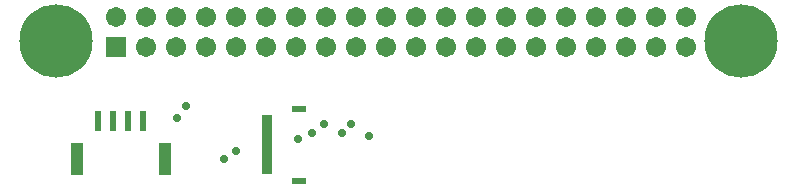
<source format=gts>
G04*
G04 #@! TF.GenerationSoftware,Altium Limited,Altium Designer,22.9.1 (49)*
G04*
G04 Layer_Color=8388736*
%FSLAX44Y44*%
%MOMM*%
G71*
G04*
G04 #@! TF.SameCoordinates,166B4888-961C-4D6F-8319-6358E2314730*
G04*
G04*
G04 #@! TF.FilePolarity,Negative*
G04*
G01*
G75*
%ADD14R,1.0000X2.7000*%
%ADD15R,0.6000X1.7000*%
%ADD18R,0.9032X0.5032*%
%ADD19R,1.2032X0.5032*%
%ADD20C,1.7032*%
%ADD21R,1.7032X1.7032*%
%ADD22C,6.2032*%
%ADD23C,0.7032*%
D14*
X127250Y28250D02*
D03*
X52750D02*
D03*
D15*
X108750Y60250D02*
D03*
X96250D02*
D03*
X83750D02*
D03*
X71250D02*
D03*
D18*
X214250Y62500D02*
D03*
Y57500D02*
D03*
Y32500D02*
D03*
Y27500D02*
D03*
Y22500D02*
D03*
Y17500D02*
D03*
Y37500D02*
D03*
Y42500D02*
D03*
Y47500D02*
D03*
Y52500D02*
D03*
D19*
X240750Y70400D02*
D03*
Y9600D02*
D03*
D20*
X492602Y122301D02*
D03*
Y147701D02*
D03*
X518002Y122301D02*
D03*
Y147701D02*
D03*
X543402Y122301D02*
D03*
Y147701D02*
D03*
X568802Y122301D02*
D03*
Y147701D02*
D03*
X467202D02*
D03*
Y122301D02*
D03*
X441802Y147701D02*
D03*
Y122301D02*
D03*
X416402Y147701D02*
D03*
Y122301D02*
D03*
X391002Y147701D02*
D03*
Y122301D02*
D03*
X365602Y147701D02*
D03*
Y122301D02*
D03*
X340202Y147701D02*
D03*
Y122301D02*
D03*
X314802Y147701D02*
D03*
Y122301D02*
D03*
X289402Y147701D02*
D03*
Y122301D02*
D03*
X264002Y147701D02*
D03*
Y122301D02*
D03*
X238602Y147701D02*
D03*
Y122301D02*
D03*
X213202Y147701D02*
D03*
Y122301D02*
D03*
X187802Y147701D02*
D03*
Y122301D02*
D03*
X162402Y147701D02*
D03*
Y122301D02*
D03*
X137002Y147701D02*
D03*
Y122301D02*
D03*
X111602Y147701D02*
D03*
Y122301D02*
D03*
X86202Y147701D02*
D03*
D21*
Y122301D02*
D03*
D22*
X35000Y127500D02*
D03*
X615000D02*
D03*
D23*
X262500Y57500D02*
D03*
X187500Y35000D02*
D03*
X137500Y62500D02*
D03*
X240000Y45000D02*
D03*
X300000Y47500D02*
D03*
X252500Y50000D02*
D03*
X277500D02*
D03*
X285000Y57500D02*
D03*
X145000Y72500D02*
D03*
X177500Y27500D02*
D03*
M02*

</source>
